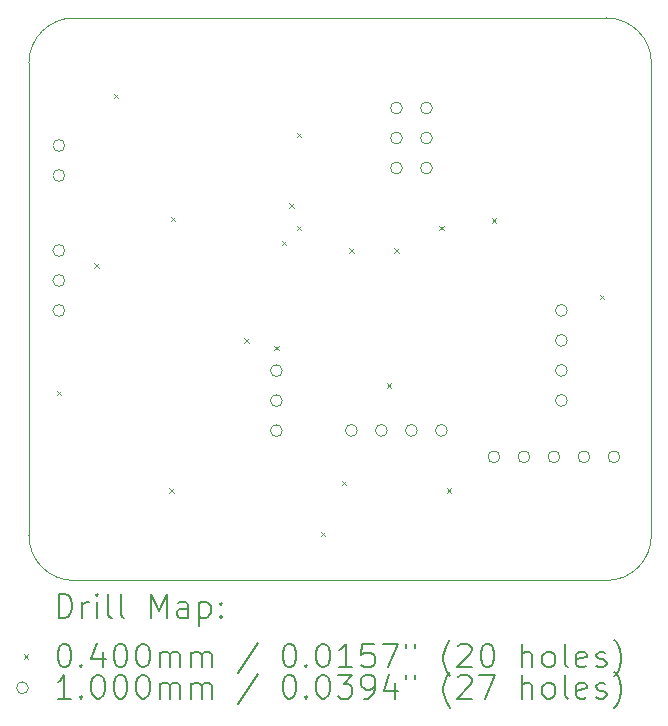
<source format=gbr>
%FSLAX45Y45*%
G04 Gerber Fmt 4.5, Leading zero omitted, Abs format (unit mm)*
G04 Created by KiCad (PCBNEW (6.0.0)) date 2022-03-13 20:52:09*
%MOMM*%
%LPD*%
G01*
G04 APERTURE LIST*
%TA.AperFunction,Profile*%
%ADD10C,0.100000*%
%TD*%
%ADD11C,0.200000*%
%ADD12C,0.040000*%
%ADD13C,0.100000*%
G04 APERTURE END LIST*
D10*
X4508500Y-4381500D02*
G75*
G03*
X4889500Y-4000500I0J381000D01*
G01*
X0Y381000D02*
G75*
G03*
X-381000Y0I0J-381000D01*
G01*
X4889500Y0D02*
G75*
G03*
X4508500Y381000I-381000J0D01*
G01*
X4889500Y0D02*
X4889500Y-4000500D01*
X4508500Y-4381500D02*
X0Y-4381500D01*
X-381000Y-4000500D02*
X-381000Y0D01*
X0Y381000D02*
X4508500Y381000D01*
X-381000Y-4000500D02*
G75*
G03*
X0Y-4381500I381000J0D01*
G01*
D11*
D12*
X-147000Y-2774000D02*
X-107000Y-2814000D01*
X-107000Y-2774000D02*
X-147000Y-2814000D01*
X170500Y-1694500D02*
X210500Y-1734500D01*
X210500Y-1694500D02*
X170500Y-1734500D01*
X335600Y-259400D02*
X375600Y-299400D01*
X375600Y-259400D02*
X335600Y-299400D01*
X805500Y-3599500D02*
X845500Y-3639500D01*
X845500Y-3599500D02*
X805500Y-3639500D01*
X818951Y-1300049D02*
X858951Y-1340049D01*
X858951Y-1300049D02*
X818951Y-1340049D01*
X1440500Y-2329500D02*
X1480500Y-2369500D01*
X1480500Y-2329500D02*
X1440500Y-2369500D01*
X1694500Y-2393000D02*
X1734500Y-2433000D01*
X1734500Y-2393000D02*
X1694500Y-2433000D01*
X1758000Y-1504000D02*
X1798000Y-1544000D01*
X1798000Y-1504000D02*
X1758000Y-1544000D01*
X1821500Y-1186500D02*
X1861500Y-1226500D01*
X1861500Y-1186500D02*
X1821500Y-1226500D01*
X1885000Y-589600D02*
X1925000Y-629600D01*
X1925000Y-589600D02*
X1885000Y-629600D01*
X1885000Y-1377000D02*
X1925000Y-1417000D01*
X1925000Y-1377000D02*
X1885000Y-1417000D01*
X2088200Y-3967800D02*
X2128200Y-4007800D01*
X2128200Y-3967800D02*
X2088200Y-4007800D01*
X2266000Y-3536000D02*
X2306000Y-3576000D01*
X2306000Y-3536000D02*
X2266000Y-3576000D01*
X2329500Y-1567500D02*
X2369500Y-1607500D01*
X2369500Y-1567500D02*
X2329500Y-1607500D01*
X2647000Y-2710500D02*
X2687000Y-2750500D01*
X2687000Y-2710500D02*
X2647000Y-2750500D01*
X2710500Y-1567500D02*
X2750500Y-1607500D01*
X2750500Y-1567500D02*
X2710500Y-1607500D01*
X3091500Y-1377000D02*
X3131500Y-1417000D01*
X3131500Y-1377000D02*
X3091500Y-1417000D01*
X3155000Y-3599500D02*
X3195000Y-3639500D01*
X3195000Y-3599500D02*
X3155000Y-3639500D01*
X3536000Y-1313500D02*
X3576000Y-1353500D01*
X3576000Y-1313500D02*
X3536000Y-1353500D01*
X4450400Y-1961200D02*
X4490400Y-2001200D01*
X4490400Y-1961200D02*
X4450400Y-2001200D01*
D13*
X-77000Y-699000D02*
G75*
G03*
X-77000Y-699000I-50000J0D01*
G01*
X-77000Y-953000D02*
G75*
G03*
X-77000Y-953000I-50000J0D01*
G01*
X-77000Y-1587500D02*
G75*
G03*
X-77000Y-1587500I-50000J0D01*
G01*
X-77000Y-1841500D02*
G75*
G03*
X-77000Y-1841500I-50000J0D01*
G01*
X-77000Y-2095500D02*
G75*
G03*
X-77000Y-2095500I-50000J0D01*
G01*
X1764500Y-2605000D02*
G75*
G03*
X1764500Y-2605000I-50000J0D01*
G01*
X1764500Y-2859000D02*
G75*
G03*
X1764500Y-2859000I-50000J0D01*
G01*
X1764500Y-3113000D02*
G75*
G03*
X1764500Y-3113000I-50000J0D01*
G01*
X2399500Y-3111500D02*
G75*
G03*
X2399500Y-3111500I-50000J0D01*
G01*
X2653500Y-3111500D02*
G75*
G03*
X2653500Y-3111500I-50000J0D01*
G01*
X2780500Y-381000D02*
G75*
G03*
X2780500Y-381000I-50000J0D01*
G01*
X2780500Y-635000D02*
G75*
G03*
X2780500Y-635000I-50000J0D01*
G01*
X2780500Y-889000D02*
G75*
G03*
X2780500Y-889000I-50000J0D01*
G01*
X2907500Y-3111500D02*
G75*
G03*
X2907500Y-3111500I-50000J0D01*
G01*
X3034500Y-381000D02*
G75*
G03*
X3034500Y-381000I-50000J0D01*
G01*
X3034500Y-635000D02*
G75*
G03*
X3034500Y-635000I-50000J0D01*
G01*
X3034500Y-889000D02*
G75*
G03*
X3034500Y-889000I-50000J0D01*
G01*
X3161500Y-3111500D02*
G75*
G03*
X3161500Y-3111500I-50000J0D01*
G01*
X3606000Y-3334500D02*
G75*
G03*
X3606000Y-3334500I-50000J0D01*
G01*
X3860000Y-3334500D02*
G75*
G03*
X3860000Y-3334500I-50000J0D01*
G01*
X4114000Y-3334500D02*
G75*
G03*
X4114000Y-3334500I-50000J0D01*
G01*
X4177500Y-2095500D02*
G75*
G03*
X4177500Y-2095500I-50000J0D01*
G01*
X4177500Y-2349500D02*
G75*
G03*
X4177500Y-2349500I-50000J0D01*
G01*
X4177500Y-2603500D02*
G75*
G03*
X4177500Y-2603500I-50000J0D01*
G01*
X4177500Y-2857500D02*
G75*
G03*
X4177500Y-2857500I-50000J0D01*
G01*
X4368000Y-3334500D02*
G75*
G03*
X4368000Y-3334500I-50000J0D01*
G01*
X4622000Y-3334500D02*
G75*
G03*
X4622000Y-3334500I-50000J0D01*
G01*
D11*
X-128381Y-4696976D02*
X-128381Y-4496976D01*
X-80762Y-4496976D01*
X-52190Y-4506500D01*
X-33143Y-4525548D01*
X-23619Y-4544595D01*
X-14095Y-4582690D01*
X-14095Y-4611262D01*
X-23619Y-4649357D01*
X-33143Y-4668405D01*
X-52190Y-4687452D01*
X-80762Y-4696976D01*
X-128381Y-4696976D01*
X71619Y-4696976D02*
X71619Y-4563643D01*
X71619Y-4601738D02*
X81143Y-4582690D01*
X90667Y-4573167D01*
X109714Y-4563643D01*
X128762Y-4563643D01*
X195428Y-4696976D02*
X195428Y-4563643D01*
X195428Y-4496976D02*
X185905Y-4506500D01*
X195428Y-4516024D01*
X204952Y-4506500D01*
X195428Y-4496976D01*
X195428Y-4516024D01*
X319238Y-4696976D02*
X300190Y-4687452D01*
X290667Y-4668405D01*
X290667Y-4496976D01*
X424000Y-4696976D02*
X404952Y-4687452D01*
X395428Y-4668405D01*
X395428Y-4496976D01*
X652571Y-4696976D02*
X652571Y-4496976D01*
X719238Y-4639833D01*
X785905Y-4496976D01*
X785905Y-4696976D01*
X966857Y-4696976D02*
X966857Y-4592214D01*
X957333Y-4573167D01*
X938286Y-4563643D01*
X900190Y-4563643D01*
X881143Y-4573167D01*
X966857Y-4687452D02*
X947809Y-4696976D01*
X900190Y-4696976D01*
X881143Y-4687452D01*
X871619Y-4668405D01*
X871619Y-4649357D01*
X881143Y-4630310D01*
X900190Y-4620786D01*
X947809Y-4620786D01*
X966857Y-4611262D01*
X1062095Y-4563643D02*
X1062095Y-4763643D01*
X1062095Y-4573167D02*
X1081143Y-4563643D01*
X1119238Y-4563643D01*
X1138286Y-4573167D01*
X1147810Y-4582690D01*
X1157333Y-4601738D01*
X1157333Y-4658881D01*
X1147810Y-4677929D01*
X1138286Y-4687452D01*
X1119238Y-4696976D01*
X1081143Y-4696976D01*
X1062095Y-4687452D01*
X1243048Y-4677929D02*
X1252571Y-4687452D01*
X1243048Y-4696976D01*
X1233524Y-4687452D01*
X1243048Y-4677929D01*
X1243048Y-4696976D01*
X1243048Y-4573167D02*
X1252571Y-4582690D01*
X1243048Y-4592214D01*
X1233524Y-4582690D01*
X1243048Y-4573167D01*
X1243048Y-4592214D01*
D12*
X-426000Y-5006500D02*
X-386000Y-5046500D01*
X-386000Y-5006500D02*
X-426000Y-5046500D01*
D11*
X-90286Y-4916976D02*
X-71238Y-4916976D01*
X-52190Y-4926500D01*
X-42667Y-4936024D01*
X-33143Y-4955071D01*
X-23619Y-4993167D01*
X-23619Y-5040786D01*
X-33143Y-5078881D01*
X-42667Y-5097929D01*
X-52190Y-5107452D01*
X-71238Y-5116976D01*
X-90286Y-5116976D01*
X-109333Y-5107452D01*
X-118857Y-5097929D01*
X-128381Y-5078881D01*
X-137905Y-5040786D01*
X-137905Y-4993167D01*
X-128381Y-4955071D01*
X-118857Y-4936024D01*
X-109333Y-4926500D01*
X-90286Y-4916976D01*
X62095Y-5097929D02*
X71619Y-5107452D01*
X62095Y-5116976D01*
X52571Y-5107452D01*
X62095Y-5097929D01*
X62095Y-5116976D01*
X243048Y-4983643D02*
X243048Y-5116976D01*
X195428Y-4907452D02*
X147810Y-5050310D01*
X271619Y-5050310D01*
X385905Y-4916976D02*
X404952Y-4916976D01*
X424000Y-4926500D01*
X433524Y-4936024D01*
X443048Y-4955071D01*
X452571Y-4993167D01*
X452571Y-5040786D01*
X443048Y-5078881D01*
X433524Y-5097929D01*
X424000Y-5107452D01*
X404952Y-5116976D01*
X385905Y-5116976D01*
X366857Y-5107452D01*
X357333Y-5097929D01*
X347810Y-5078881D01*
X338286Y-5040786D01*
X338286Y-4993167D01*
X347810Y-4955071D01*
X357333Y-4936024D01*
X366857Y-4926500D01*
X385905Y-4916976D01*
X576381Y-4916976D02*
X595429Y-4916976D01*
X614476Y-4926500D01*
X624000Y-4936024D01*
X633524Y-4955071D01*
X643048Y-4993167D01*
X643048Y-5040786D01*
X633524Y-5078881D01*
X624000Y-5097929D01*
X614476Y-5107452D01*
X595429Y-5116976D01*
X576381Y-5116976D01*
X557333Y-5107452D01*
X547810Y-5097929D01*
X538286Y-5078881D01*
X528762Y-5040786D01*
X528762Y-4993167D01*
X538286Y-4955071D01*
X547810Y-4936024D01*
X557333Y-4926500D01*
X576381Y-4916976D01*
X728762Y-5116976D02*
X728762Y-4983643D01*
X728762Y-5002690D02*
X738286Y-4993167D01*
X757333Y-4983643D01*
X785905Y-4983643D01*
X804952Y-4993167D01*
X814476Y-5012214D01*
X814476Y-5116976D01*
X814476Y-5012214D02*
X824000Y-4993167D01*
X843048Y-4983643D01*
X871619Y-4983643D01*
X890667Y-4993167D01*
X900190Y-5012214D01*
X900190Y-5116976D01*
X995428Y-5116976D02*
X995428Y-4983643D01*
X995428Y-5002690D02*
X1004952Y-4993167D01*
X1024000Y-4983643D01*
X1052571Y-4983643D01*
X1071619Y-4993167D01*
X1081143Y-5012214D01*
X1081143Y-5116976D01*
X1081143Y-5012214D02*
X1090667Y-4993167D01*
X1109714Y-4983643D01*
X1138286Y-4983643D01*
X1157333Y-4993167D01*
X1166857Y-5012214D01*
X1166857Y-5116976D01*
X1557333Y-4907452D02*
X1385905Y-5164595D01*
X1814476Y-4916976D02*
X1833524Y-4916976D01*
X1852571Y-4926500D01*
X1862095Y-4936024D01*
X1871619Y-4955071D01*
X1881143Y-4993167D01*
X1881143Y-5040786D01*
X1871619Y-5078881D01*
X1862095Y-5097929D01*
X1852571Y-5107452D01*
X1833524Y-5116976D01*
X1814476Y-5116976D01*
X1795428Y-5107452D01*
X1785905Y-5097929D01*
X1776381Y-5078881D01*
X1766857Y-5040786D01*
X1766857Y-4993167D01*
X1776381Y-4955071D01*
X1785905Y-4936024D01*
X1795428Y-4926500D01*
X1814476Y-4916976D01*
X1966857Y-5097929D02*
X1976381Y-5107452D01*
X1966857Y-5116976D01*
X1957333Y-5107452D01*
X1966857Y-5097929D01*
X1966857Y-5116976D01*
X2100190Y-4916976D02*
X2119238Y-4916976D01*
X2138286Y-4926500D01*
X2147810Y-4936024D01*
X2157333Y-4955071D01*
X2166857Y-4993167D01*
X2166857Y-5040786D01*
X2157333Y-5078881D01*
X2147810Y-5097929D01*
X2138286Y-5107452D01*
X2119238Y-5116976D01*
X2100190Y-5116976D01*
X2081143Y-5107452D01*
X2071619Y-5097929D01*
X2062095Y-5078881D01*
X2052571Y-5040786D01*
X2052571Y-4993167D01*
X2062095Y-4955071D01*
X2071619Y-4936024D01*
X2081143Y-4926500D01*
X2100190Y-4916976D01*
X2357333Y-5116976D02*
X2243048Y-5116976D01*
X2300190Y-5116976D02*
X2300190Y-4916976D01*
X2281143Y-4945548D01*
X2262095Y-4964595D01*
X2243048Y-4974119D01*
X2538286Y-4916976D02*
X2443048Y-4916976D01*
X2433524Y-5012214D01*
X2443048Y-5002690D01*
X2462095Y-4993167D01*
X2509714Y-4993167D01*
X2528762Y-5002690D01*
X2538286Y-5012214D01*
X2547810Y-5031262D01*
X2547810Y-5078881D01*
X2538286Y-5097929D01*
X2528762Y-5107452D01*
X2509714Y-5116976D01*
X2462095Y-5116976D01*
X2443048Y-5107452D01*
X2433524Y-5097929D01*
X2614476Y-4916976D02*
X2747810Y-4916976D01*
X2662095Y-5116976D01*
X2814476Y-4916976D02*
X2814476Y-4955071D01*
X2890667Y-4916976D02*
X2890667Y-4955071D01*
X3185905Y-5193167D02*
X3176381Y-5183643D01*
X3157333Y-5155071D01*
X3147809Y-5136024D01*
X3138286Y-5107452D01*
X3128762Y-5059833D01*
X3128762Y-5021738D01*
X3138286Y-4974119D01*
X3147809Y-4945548D01*
X3157333Y-4926500D01*
X3176381Y-4897929D01*
X3185905Y-4888405D01*
X3252571Y-4936024D02*
X3262095Y-4926500D01*
X3281143Y-4916976D01*
X3328762Y-4916976D01*
X3347809Y-4926500D01*
X3357333Y-4936024D01*
X3366857Y-4955071D01*
X3366857Y-4974119D01*
X3357333Y-5002690D01*
X3243048Y-5116976D01*
X3366857Y-5116976D01*
X3490667Y-4916976D02*
X3509714Y-4916976D01*
X3528762Y-4926500D01*
X3538286Y-4936024D01*
X3547809Y-4955071D01*
X3557333Y-4993167D01*
X3557333Y-5040786D01*
X3547809Y-5078881D01*
X3538286Y-5097929D01*
X3528762Y-5107452D01*
X3509714Y-5116976D01*
X3490667Y-5116976D01*
X3471619Y-5107452D01*
X3462095Y-5097929D01*
X3452571Y-5078881D01*
X3443048Y-5040786D01*
X3443048Y-4993167D01*
X3452571Y-4955071D01*
X3462095Y-4936024D01*
X3471619Y-4926500D01*
X3490667Y-4916976D01*
X3795428Y-5116976D02*
X3795428Y-4916976D01*
X3881143Y-5116976D02*
X3881143Y-5012214D01*
X3871619Y-4993167D01*
X3852571Y-4983643D01*
X3824000Y-4983643D01*
X3804952Y-4993167D01*
X3795428Y-5002690D01*
X4004952Y-5116976D02*
X3985905Y-5107452D01*
X3976381Y-5097929D01*
X3966857Y-5078881D01*
X3966857Y-5021738D01*
X3976381Y-5002690D01*
X3985905Y-4993167D01*
X4004952Y-4983643D01*
X4033524Y-4983643D01*
X4052571Y-4993167D01*
X4062095Y-5002690D01*
X4071619Y-5021738D01*
X4071619Y-5078881D01*
X4062095Y-5097929D01*
X4052571Y-5107452D01*
X4033524Y-5116976D01*
X4004952Y-5116976D01*
X4185905Y-5116976D02*
X4166857Y-5107452D01*
X4157333Y-5088405D01*
X4157333Y-4916976D01*
X4338286Y-5107452D02*
X4319238Y-5116976D01*
X4281143Y-5116976D01*
X4262095Y-5107452D01*
X4252571Y-5088405D01*
X4252571Y-5012214D01*
X4262095Y-4993167D01*
X4281143Y-4983643D01*
X4319238Y-4983643D01*
X4338286Y-4993167D01*
X4347810Y-5012214D01*
X4347810Y-5031262D01*
X4252571Y-5050310D01*
X4424000Y-5107452D02*
X4443048Y-5116976D01*
X4481143Y-5116976D01*
X4500190Y-5107452D01*
X4509714Y-5088405D01*
X4509714Y-5078881D01*
X4500190Y-5059833D01*
X4481143Y-5050310D01*
X4452571Y-5050310D01*
X4433524Y-5040786D01*
X4424000Y-5021738D01*
X4424000Y-5012214D01*
X4433524Y-4993167D01*
X4452571Y-4983643D01*
X4481143Y-4983643D01*
X4500190Y-4993167D01*
X4576381Y-5193167D02*
X4585905Y-5183643D01*
X4604952Y-5155071D01*
X4614476Y-5136024D01*
X4624000Y-5107452D01*
X4633524Y-5059833D01*
X4633524Y-5021738D01*
X4624000Y-4974119D01*
X4614476Y-4945548D01*
X4604952Y-4926500D01*
X4585905Y-4897929D01*
X4576381Y-4888405D01*
D13*
X-386000Y-5290500D02*
G75*
G03*
X-386000Y-5290500I-50000J0D01*
G01*
D11*
X-23619Y-5380976D02*
X-137905Y-5380976D01*
X-80762Y-5380976D02*
X-80762Y-5180976D01*
X-99809Y-5209548D01*
X-118857Y-5228595D01*
X-137905Y-5238119D01*
X62095Y-5361929D02*
X71619Y-5371452D01*
X62095Y-5380976D01*
X52571Y-5371452D01*
X62095Y-5361929D01*
X62095Y-5380976D01*
X195428Y-5180976D02*
X214476Y-5180976D01*
X233524Y-5190500D01*
X243048Y-5200024D01*
X252571Y-5219071D01*
X262095Y-5257167D01*
X262095Y-5304786D01*
X252571Y-5342881D01*
X243048Y-5361929D01*
X233524Y-5371452D01*
X214476Y-5380976D01*
X195428Y-5380976D01*
X176381Y-5371452D01*
X166857Y-5361929D01*
X157333Y-5342881D01*
X147810Y-5304786D01*
X147810Y-5257167D01*
X157333Y-5219071D01*
X166857Y-5200024D01*
X176381Y-5190500D01*
X195428Y-5180976D01*
X385905Y-5180976D02*
X404952Y-5180976D01*
X424000Y-5190500D01*
X433524Y-5200024D01*
X443048Y-5219071D01*
X452571Y-5257167D01*
X452571Y-5304786D01*
X443048Y-5342881D01*
X433524Y-5361929D01*
X424000Y-5371452D01*
X404952Y-5380976D01*
X385905Y-5380976D01*
X366857Y-5371452D01*
X357333Y-5361929D01*
X347810Y-5342881D01*
X338286Y-5304786D01*
X338286Y-5257167D01*
X347810Y-5219071D01*
X357333Y-5200024D01*
X366857Y-5190500D01*
X385905Y-5180976D01*
X576381Y-5180976D02*
X595429Y-5180976D01*
X614476Y-5190500D01*
X624000Y-5200024D01*
X633524Y-5219071D01*
X643048Y-5257167D01*
X643048Y-5304786D01*
X633524Y-5342881D01*
X624000Y-5361929D01*
X614476Y-5371452D01*
X595429Y-5380976D01*
X576381Y-5380976D01*
X557333Y-5371452D01*
X547810Y-5361929D01*
X538286Y-5342881D01*
X528762Y-5304786D01*
X528762Y-5257167D01*
X538286Y-5219071D01*
X547810Y-5200024D01*
X557333Y-5190500D01*
X576381Y-5180976D01*
X728762Y-5380976D02*
X728762Y-5247643D01*
X728762Y-5266690D02*
X738286Y-5257167D01*
X757333Y-5247643D01*
X785905Y-5247643D01*
X804952Y-5257167D01*
X814476Y-5276214D01*
X814476Y-5380976D01*
X814476Y-5276214D02*
X824000Y-5257167D01*
X843048Y-5247643D01*
X871619Y-5247643D01*
X890667Y-5257167D01*
X900190Y-5276214D01*
X900190Y-5380976D01*
X995428Y-5380976D02*
X995428Y-5247643D01*
X995428Y-5266690D02*
X1004952Y-5257167D01*
X1024000Y-5247643D01*
X1052571Y-5247643D01*
X1071619Y-5257167D01*
X1081143Y-5276214D01*
X1081143Y-5380976D01*
X1081143Y-5276214D02*
X1090667Y-5257167D01*
X1109714Y-5247643D01*
X1138286Y-5247643D01*
X1157333Y-5257167D01*
X1166857Y-5276214D01*
X1166857Y-5380976D01*
X1557333Y-5171452D02*
X1385905Y-5428595D01*
X1814476Y-5180976D02*
X1833524Y-5180976D01*
X1852571Y-5190500D01*
X1862095Y-5200024D01*
X1871619Y-5219071D01*
X1881143Y-5257167D01*
X1881143Y-5304786D01*
X1871619Y-5342881D01*
X1862095Y-5361929D01*
X1852571Y-5371452D01*
X1833524Y-5380976D01*
X1814476Y-5380976D01*
X1795428Y-5371452D01*
X1785905Y-5361929D01*
X1776381Y-5342881D01*
X1766857Y-5304786D01*
X1766857Y-5257167D01*
X1776381Y-5219071D01*
X1785905Y-5200024D01*
X1795428Y-5190500D01*
X1814476Y-5180976D01*
X1966857Y-5361929D02*
X1976381Y-5371452D01*
X1966857Y-5380976D01*
X1957333Y-5371452D01*
X1966857Y-5361929D01*
X1966857Y-5380976D01*
X2100190Y-5180976D02*
X2119238Y-5180976D01*
X2138286Y-5190500D01*
X2147810Y-5200024D01*
X2157333Y-5219071D01*
X2166857Y-5257167D01*
X2166857Y-5304786D01*
X2157333Y-5342881D01*
X2147810Y-5361929D01*
X2138286Y-5371452D01*
X2119238Y-5380976D01*
X2100190Y-5380976D01*
X2081143Y-5371452D01*
X2071619Y-5361929D01*
X2062095Y-5342881D01*
X2052571Y-5304786D01*
X2052571Y-5257167D01*
X2062095Y-5219071D01*
X2071619Y-5200024D01*
X2081143Y-5190500D01*
X2100190Y-5180976D01*
X2233524Y-5180976D02*
X2357333Y-5180976D01*
X2290667Y-5257167D01*
X2319238Y-5257167D01*
X2338286Y-5266690D01*
X2347810Y-5276214D01*
X2357333Y-5295262D01*
X2357333Y-5342881D01*
X2347810Y-5361929D01*
X2338286Y-5371452D01*
X2319238Y-5380976D01*
X2262095Y-5380976D01*
X2243048Y-5371452D01*
X2233524Y-5361929D01*
X2452571Y-5380976D02*
X2490667Y-5380976D01*
X2509714Y-5371452D01*
X2519238Y-5361929D01*
X2538286Y-5333357D01*
X2547810Y-5295262D01*
X2547810Y-5219071D01*
X2538286Y-5200024D01*
X2528762Y-5190500D01*
X2509714Y-5180976D01*
X2471619Y-5180976D01*
X2452571Y-5190500D01*
X2443048Y-5200024D01*
X2433524Y-5219071D01*
X2433524Y-5266690D01*
X2443048Y-5285738D01*
X2452571Y-5295262D01*
X2471619Y-5304786D01*
X2509714Y-5304786D01*
X2528762Y-5295262D01*
X2538286Y-5285738D01*
X2547810Y-5266690D01*
X2719238Y-5247643D02*
X2719238Y-5380976D01*
X2671619Y-5171452D02*
X2624000Y-5314310D01*
X2747810Y-5314310D01*
X2814476Y-5180976D02*
X2814476Y-5219071D01*
X2890667Y-5180976D02*
X2890667Y-5219071D01*
X3185905Y-5457167D02*
X3176381Y-5447643D01*
X3157333Y-5419071D01*
X3147809Y-5400024D01*
X3138286Y-5371452D01*
X3128762Y-5323833D01*
X3128762Y-5285738D01*
X3138286Y-5238119D01*
X3147809Y-5209548D01*
X3157333Y-5190500D01*
X3176381Y-5161929D01*
X3185905Y-5152405D01*
X3252571Y-5200024D02*
X3262095Y-5190500D01*
X3281143Y-5180976D01*
X3328762Y-5180976D01*
X3347809Y-5190500D01*
X3357333Y-5200024D01*
X3366857Y-5219071D01*
X3366857Y-5238119D01*
X3357333Y-5266690D01*
X3243048Y-5380976D01*
X3366857Y-5380976D01*
X3433524Y-5180976D02*
X3566857Y-5180976D01*
X3481143Y-5380976D01*
X3795428Y-5380976D02*
X3795428Y-5180976D01*
X3881143Y-5380976D02*
X3881143Y-5276214D01*
X3871619Y-5257167D01*
X3852571Y-5247643D01*
X3824000Y-5247643D01*
X3804952Y-5257167D01*
X3795428Y-5266690D01*
X4004952Y-5380976D02*
X3985905Y-5371452D01*
X3976381Y-5361929D01*
X3966857Y-5342881D01*
X3966857Y-5285738D01*
X3976381Y-5266690D01*
X3985905Y-5257167D01*
X4004952Y-5247643D01*
X4033524Y-5247643D01*
X4052571Y-5257167D01*
X4062095Y-5266690D01*
X4071619Y-5285738D01*
X4071619Y-5342881D01*
X4062095Y-5361929D01*
X4052571Y-5371452D01*
X4033524Y-5380976D01*
X4004952Y-5380976D01*
X4185905Y-5380976D02*
X4166857Y-5371452D01*
X4157333Y-5352405D01*
X4157333Y-5180976D01*
X4338286Y-5371452D02*
X4319238Y-5380976D01*
X4281143Y-5380976D01*
X4262095Y-5371452D01*
X4252571Y-5352405D01*
X4252571Y-5276214D01*
X4262095Y-5257167D01*
X4281143Y-5247643D01*
X4319238Y-5247643D01*
X4338286Y-5257167D01*
X4347810Y-5276214D01*
X4347810Y-5295262D01*
X4252571Y-5314310D01*
X4424000Y-5371452D02*
X4443048Y-5380976D01*
X4481143Y-5380976D01*
X4500190Y-5371452D01*
X4509714Y-5352405D01*
X4509714Y-5342881D01*
X4500190Y-5323833D01*
X4481143Y-5314310D01*
X4452571Y-5314310D01*
X4433524Y-5304786D01*
X4424000Y-5285738D01*
X4424000Y-5276214D01*
X4433524Y-5257167D01*
X4452571Y-5247643D01*
X4481143Y-5247643D01*
X4500190Y-5257167D01*
X4576381Y-5457167D02*
X4585905Y-5447643D01*
X4604952Y-5419071D01*
X4614476Y-5400024D01*
X4624000Y-5371452D01*
X4633524Y-5323833D01*
X4633524Y-5285738D01*
X4624000Y-5238119D01*
X4614476Y-5209548D01*
X4604952Y-5190500D01*
X4585905Y-5161929D01*
X4576381Y-5152405D01*
M02*

</source>
